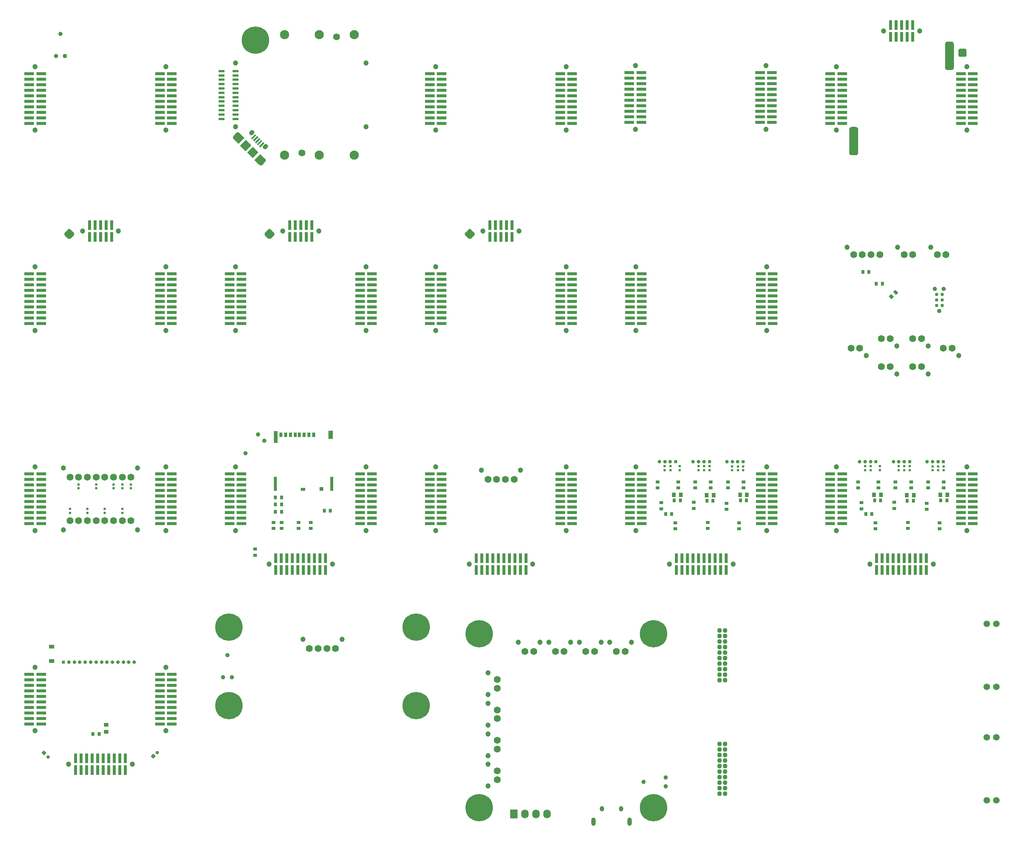
<source format=gbs>
G04 #@! TF.FileFunction,Soldermask,Bot*
%FSLAX46Y46*%
G04 Gerber Fmt 4.6, Leading zero omitted, Abs format (unit mm)*
G04 Created by KiCad (PCBNEW 4.1.0-alpha+201605071002+6776~44~ubuntu14.04.1-product) date Mon 25 Jul 2016 09:44:22 BST*
%MOMM*%
%LPD*%
G01*
G04 APERTURE LIST*
%ADD10C,0.100000*%
%ADD11C,1.000000*%
%ADD12R,2.220000X0.740000*%
%ADD13C,1.200000*%
%ADD14R,1.370000X0.500000*%
%ADD15C,1.588000*%
%ADD16C,2.100000*%
%ADD17C,1.000000*%
%ADD18C,6.300000*%
%ADD19C,0.600000*%
%ADD20R,0.740000X2.220000*%
%ADD21C,1.500000*%
%ADD22C,1.100000*%
%ADD23C,1.600000*%
%ADD24C,0.787000*%
%ADD25R,0.750000X0.900000*%
%ADD26R,0.620000X0.620000*%
%ADD27R,0.700000X1.100000*%
%ADD28R,1.140000X1.830000*%
%ADD29R,0.860000X2.800000*%
%ADD30R,0.700000X3.330000*%
%ADD31R,0.900000X0.930000*%
%ADD32R,1.050000X0.780000*%
%ADD33R,0.900000X0.750000*%
%ADD34R,0.800000X0.800000*%
%ADD35O,0.800000X0.800000*%
%ADD36R,0.950000X1.000000*%
%ADD37C,0.800000*%
%ADD38R,1.220000X0.910000*%
%ADD39R,1.000000X0.950000*%
%ADD40R,1.727200X2.032000*%
%ADD41O,1.727200X2.032000*%
%ADD42O,1.000000X1.250000*%
%ADD43O,1.000000X1.900000*%
G04 APERTURE END LIST*
D10*
D11*
X42845000Y-38210000D03*
X41829000Y-43290000D03*
X43861000Y-43290000D03*
D12*
X65635000Y-47285000D03*
X68365000Y-47285000D03*
X65635000Y-48555000D03*
X68365000Y-48555000D03*
X65635000Y-49825000D03*
X68365000Y-49825000D03*
X65635000Y-51095000D03*
X68365000Y-51095000D03*
X65635000Y-52365000D03*
X68365000Y-52365000D03*
X65635000Y-53635000D03*
X68365000Y-53635000D03*
X65635000Y-54905000D03*
X68365000Y-54905000D03*
X65635000Y-56175000D03*
X68365000Y-56175000D03*
X65635000Y-57445000D03*
X68365000Y-57445000D03*
X65635000Y-58715000D03*
X68365000Y-58715000D03*
D13*
X67000000Y-60305000D03*
X67000000Y-45695000D03*
D12*
X35635000Y-47285000D03*
X38365000Y-47285000D03*
X35635000Y-48555000D03*
X38365000Y-48555000D03*
X35635000Y-49825000D03*
X38365000Y-49825000D03*
X35635000Y-51095000D03*
X38365000Y-51095000D03*
X35635000Y-52365000D03*
X38365000Y-52365000D03*
X35635000Y-53635000D03*
X38365000Y-53635000D03*
X35635000Y-54905000D03*
X38365000Y-54905000D03*
X35635000Y-56175000D03*
X38365000Y-56175000D03*
X35635000Y-57445000D03*
X38365000Y-57445000D03*
X35635000Y-58715000D03*
X38365000Y-58715000D03*
D13*
X37000000Y-60305000D03*
X37000000Y-45695000D03*
D14*
X79850000Y-46700000D03*
X83050000Y-46700000D03*
X79850000Y-47700000D03*
X83050000Y-47700000D03*
X79850000Y-48700000D03*
X83050000Y-48700000D03*
X79850000Y-49700000D03*
X83050000Y-49700000D03*
X79850000Y-50700000D03*
X83050000Y-50700000D03*
X79850000Y-51700000D03*
X83050000Y-51700000D03*
X79850000Y-52700000D03*
X83050000Y-52700000D03*
X79850000Y-53700000D03*
X83050000Y-53700000D03*
X79850000Y-54700000D03*
X83050000Y-54700000D03*
X79850000Y-55700000D03*
X83050000Y-55700000D03*
X79850000Y-56700000D03*
X83050000Y-56700000D03*
X79850000Y-57700000D03*
X83050000Y-57700000D03*
D15*
X98250000Y-65550000D03*
X106250000Y-38850000D03*
D16*
X102250000Y-66050000D03*
X110250000Y-66050000D03*
X94250000Y-66050000D03*
X94250000Y-38350000D03*
X102250000Y-38350000D03*
X110250000Y-38350000D03*
D13*
X83000000Y-59505000D03*
X83000000Y-44895000D03*
X113000000Y-59505000D03*
X113000000Y-44895000D03*
D10*
G36*
X88705553Y-62367937D02*
X87750959Y-63322531D01*
X87468117Y-63039689D01*
X88422711Y-62085095D01*
X88705553Y-62367937D01*
X88705553Y-62367937D01*
G37*
G36*
X88245933Y-61908318D02*
X87291339Y-62862912D01*
X87008497Y-62580070D01*
X87963091Y-61625476D01*
X88245933Y-61908318D01*
X88245933Y-61908318D01*
G37*
G36*
X89165172Y-62827557D02*
X88210578Y-63782151D01*
X87927736Y-63499309D01*
X88882330Y-62544715D01*
X89165172Y-62827557D01*
X89165172Y-62827557D01*
G37*
G36*
X89624791Y-63287176D02*
X88670197Y-64241770D01*
X88387355Y-63958928D01*
X89341949Y-63004334D01*
X89624791Y-63287176D01*
X89624791Y-63287176D01*
G37*
G36*
X87786314Y-61448699D02*
X86831720Y-62403293D01*
X86548878Y-62120451D01*
X87503472Y-61165857D01*
X87786314Y-61448699D01*
X87786314Y-61448699D01*
G37*
D17*
X86654944Y-60989079D02*
X86831720Y-60812303D01*
X89801569Y-64135704D02*
X89978345Y-63958928D01*
D10*
G36*
X86690299Y-63746796D02*
X85346796Y-65090299D01*
X84074003Y-63817506D01*
X85417506Y-62474003D01*
X86690299Y-63746796D01*
X86690299Y-63746796D01*
G37*
G36*
X88316645Y-65373142D02*
X86973142Y-66716645D01*
X85700349Y-65443852D01*
X87043852Y-64100349D01*
X88316645Y-65373142D01*
X88316645Y-65373142D01*
G37*
G36*
X85028598Y-62085095D02*
X83685095Y-63428598D01*
X82571402Y-62314905D01*
X83914905Y-60971402D01*
X85028598Y-62085095D01*
X85028598Y-62085095D01*
G37*
D17*
X82924955Y-61961351D02*
X83561351Y-61324955D01*
D10*
G36*
X89819246Y-66875743D02*
X88475743Y-68219246D01*
X87362050Y-67105553D01*
X88705553Y-65762050D01*
X89819246Y-66875743D01*
X89819246Y-66875743D01*
G37*
D17*
X88829297Y-67865693D02*
X89465693Y-67229297D01*
D18*
X87580000Y-39580000D03*
D19*
X87580000Y-37080000D03*
X90080000Y-39580000D03*
X87580000Y-42080000D03*
X85080000Y-39580000D03*
X85780000Y-37780000D03*
X89380000Y-37780000D03*
X85780000Y-41380000D03*
X89380000Y-41380000D03*
D12*
X157635000Y-47285000D03*
X160365000Y-47285000D03*
X157635000Y-48555000D03*
X160365000Y-48555000D03*
X157635000Y-49825000D03*
X160365000Y-49825000D03*
X157635000Y-51095000D03*
X160365000Y-51095000D03*
X157635000Y-52365000D03*
X160365000Y-52365000D03*
X157635000Y-53635000D03*
X160365000Y-53635000D03*
X157635000Y-54905000D03*
X160365000Y-54905000D03*
X157635000Y-56175000D03*
X160365000Y-56175000D03*
X157635000Y-57445000D03*
X160365000Y-57445000D03*
X157635000Y-58715000D03*
X160365000Y-58715000D03*
D13*
X159000000Y-60305000D03*
X159000000Y-45695000D03*
D12*
X127635000Y-47285000D03*
X130365000Y-47285000D03*
X127635000Y-48555000D03*
X130365000Y-48555000D03*
X127635000Y-49825000D03*
X130365000Y-49825000D03*
X127635000Y-51095000D03*
X130365000Y-51095000D03*
X127635000Y-52365000D03*
X130365000Y-52365000D03*
X127635000Y-53635000D03*
X130365000Y-53635000D03*
X127635000Y-54905000D03*
X130365000Y-54905000D03*
X127635000Y-56175000D03*
X130365000Y-56175000D03*
X127635000Y-57445000D03*
X130365000Y-57445000D03*
X127635000Y-58715000D03*
X130365000Y-58715000D03*
D13*
X129000000Y-60305000D03*
X129000000Y-45695000D03*
D12*
X173485000Y-47085000D03*
X176215000Y-47085000D03*
X173485000Y-48355000D03*
X176215000Y-48355000D03*
X173485000Y-49625000D03*
X176215000Y-49625000D03*
X173485000Y-50895000D03*
X176215000Y-50895000D03*
X173485000Y-52165000D03*
X176215000Y-52165000D03*
X173485000Y-53435000D03*
X176215000Y-53435000D03*
X173485000Y-54705000D03*
X176215000Y-54705000D03*
X173485000Y-55975000D03*
X176215000Y-55975000D03*
X173485000Y-57245000D03*
X176215000Y-57245000D03*
X173485000Y-58515000D03*
X176215000Y-58515000D03*
D13*
X174850000Y-60105000D03*
X174850000Y-45495000D03*
D12*
X203485000Y-47085000D03*
X206215000Y-47085000D03*
X203485000Y-48355000D03*
X206215000Y-48355000D03*
X203485000Y-49625000D03*
X206215000Y-49625000D03*
X203485000Y-50895000D03*
X206215000Y-50895000D03*
X203485000Y-52165000D03*
X206215000Y-52165000D03*
X203485000Y-53435000D03*
X206215000Y-53435000D03*
X203485000Y-54705000D03*
X206215000Y-54705000D03*
X203485000Y-55975000D03*
X206215000Y-55975000D03*
X203485000Y-57245000D03*
X206215000Y-57245000D03*
X203485000Y-58515000D03*
X206215000Y-58515000D03*
D13*
X204850000Y-60105000D03*
X204850000Y-45495000D03*
D10*
G36*
X225549009Y-59552408D02*
X225597545Y-59559607D01*
X225645142Y-59571530D01*
X225691342Y-59588060D01*
X225735698Y-59609039D01*
X225777785Y-59634265D01*
X225817197Y-59663495D01*
X225853553Y-59696447D01*
X225886505Y-59732803D01*
X225915735Y-59772215D01*
X225940961Y-59814302D01*
X225961940Y-59858658D01*
X225978470Y-59904858D01*
X225990393Y-59952455D01*
X225997592Y-60000991D01*
X226000000Y-60050000D01*
X226000000Y-65550000D01*
X225997592Y-65599009D01*
X225990393Y-65647545D01*
X225978470Y-65695142D01*
X225961940Y-65741342D01*
X225940961Y-65785698D01*
X225915735Y-65827785D01*
X225886505Y-65867197D01*
X225853553Y-65903553D01*
X225817197Y-65936505D01*
X225777785Y-65965735D01*
X225735698Y-65990961D01*
X225691342Y-66011940D01*
X225645142Y-66028470D01*
X225597545Y-66040393D01*
X225549009Y-66047592D01*
X225500000Y-66050000D01*
X224500000Y-66050000D01*
X224450991Y-66047592D01*
X224402455Y-66040393D01*
X224354858Y-66028470D01*
X224308658Y-66011940D01*
X224264302Y-65990961D01*
X224222215Y-65965735D01*
X224182803Y-65936505D01*
X224146447Y-65903553D01*
X224113495Y-65867197D01*
X224084265Y-65827785D01*
X224059039Y-65785698D01*
X224038060Y-65741342D01*
X224021530Y-65695142D01*
X224009607Y-65647545D01*
X224002408Y-65599009D01*
X224000000Y-65550000D01*
X224000000Y-60050000D01*
X224002408Y-60000991D01*
X224009607Y-59952455D01*
X224021530Y-59904858D01*
X224038060Y-59858658D01*
X224059039Y-59814302D01*
X224084265Y-59772215D01*
X224113495Y-59732803D01*
X224146447Y-59696447D01*
X224182803Y-59663495D01*
X224222215Y-59634265D01*
X224264302Y-59609039D01*
X224308658Y-59588060D01*
X224354858Y-59571530D01*
X224402455Y-59559607D01*
X224450991Y-59552408D01*
X224500000Y-59550000D01*
X225500000Y-59550000D01*
X225549009Y-59552408D01*
X225549009Y-59552408D01*
G37*
G36*
X247549009Y-39952408D02*
X247597545Y-39959607D01*
X247645142Y-39971530D01*
X247691342Y-39988060D01*
X247735698Y-40009039D01*
X247777785Y-40034265D01*
X247817197Y-40063495D01*
X247853553Y-40096447D01*
X247886505Y-40132803D01*
X247915735Y-40172215D01*
X247940961Y-40214302D01*
X247961940Y-40258658D01*
X247978470Y-40304858D01*
X247990393Y-40352455D01*
X247997592Y-40400991D01*
X248000000Y-40450000D01*
X248000000Y-45950000D01*
X247997592Y-45999009D01*
X247990393Y-46047545D01*
X247978470Y-46095142D01*
X247961940Y-46141342D01*
X247940961Y-46185698D01*
X247915735Y-46227785D01*
X247886505Y-46267197D01*
X247853553Y-46303553D01*
X247817197Y-46336505D01*
X247777785Y-46365735D01*
X247735698Y-46390961D01*
X247691342Y-46411940D01*
X247645142Y-46428470D01*
X247597545Y-46440393D01*
X247549009Y-46447592D01*
X247500000Y-46450000D01*
X246500000Y-46450000D01*
X246450991Y-46447592D01*
X246402455Y-46440393D01*
X246354858Y-46428470D01*
X246308658Y-46411940D01*
X246264302Y-46390961D01*
X246222215Y-46365735D01*
X246182803Y-46336505D01*
X246146447Y-46303553D01*
X246113495Y-46267197D01*
X246084265Y-46227785D01*
X246059039Y-46185698D01*
X246038060Y-46141342D01*
X246021530Y-46095142D01*
X246009607Y-46047545D01*
X246002408Y-45999009D01*
X246000000Y-45950000D01*
X246000000Y-40450000D01*
X246002408Y-40400991D01*
X246009607Y-40352455D01*
X246021530Y-40304858D01*
X246038060Y-40258658D01*
X246059039Y-40214302D01*
X246084265Y-40172215D01*
X246113495Y-40132803D01*
X246146447Y-40096447D01*
X246182803Y-40063495D01*
X246222215Y-40034265D01*
X246264302Y-40009039D01*
X246308658Y-39988060D01*
X246354858Y-39971530D01*
X246402455Y-39959607D01*
X246450991Y-39952408D01*
X246500000Y-39950000D01*
X247500000Y-39950000D01*
X247549009Y-39952408D01*
X247549009Y-39952408D01*
G37*
D12*
X219635000Y-47285000D03*
X222365000Y-47285000D03*
X219635000Y-48555000D03*
X222365000Y-48555000D03*
X219635000Y-49825000D03*
X222365000Y-49825000D03*
X219635000Y-51095000D03*
X222365000Y-51095000D03*
X219635000Y-52365000D03*
X222365000Y-52365000D03*
X219635000Y-53635000D03*
X222365000Y-53635000D03*
X219635000Y-54905000D03*
X222365000Y-54905000D03*
X219635000Y-56175000D03*
X222365000Y-56175000D03*
X219635000Y-57445000D03*
X222365000Y-57445000D03*
X219635000Y-58715000D03*
X222365000Y-58715000D03*
D13*
X221000000Y-60305000D03*
X221000000Y-45695000D03*
D12*
X249635000Y-47285000D03*
X252365000Y-47285000D03*
X249635000Y-48555000D03*
X252365000Y-48555000D03*
X249635000Y-49825000D03*
X252365000Y-49825000D03*
X249635000Y-51095000D03*
X252365000Y-51095000D03*
X249635000Y-52365000D03*
X252365000Y-52365000D03*
X249635000Y-53635000D03*
X252365000Y-53635000D03*
X249635000Y-54905000D03*
X252365000Y-54905000D03*
X249635000Y-56175000D03*
X252365000Y-56175000D03*
X249635000Y-57445000D03*
X252365000Y-57445000D03*
X249635000Y-58715000D03*
X252365000Y-58715000D03*
D13*
X251000000Y-60305000D03*
X251000000Y-45695000D03*
D20*
X233460000Y-38865000D03*
X233460000Y-36135000D03*
X234730000Y-38865000D03*
X234730000Y-36135000D03*
X236000000Y-38865000D03*
X236000000Y-36135000D03*
X237270000Y-38865000D03*
X237270000Y-36135000D03*
X238540000Y-38865000D03*
X238540000Y-36135000D03*
D13*
X240130000Y-37500000D03*
X231870000Y-37500000D03*
D10*
G36*
X250521558Y-41552287D02*
X250567668Y-41559127D01*
X250612885Y-41570453D01*
X250656775Y-41586157D01*
X250698913Y-41606087D01*
X250738896Y-41630052D01*
X250776337Y-41657820D01*
X250810876Y-41689124D01*
X250842180Y-41723663D01*
X250869948Y-41761104D01*
X250893913Y-41801087D01*
X250913843Y-41843225D01*
X250929547Y-41887115D01*
X250940873Y-41932332D01*
X250947713Y-41978442D01*
X250950000Y-42025000D01*
X250950000Y-42975000D01*
X250947713Y-43021558D01*
X250940873Y-43067668D01*
X250929547Y-43112885D01*
X250913843Y-43156775D01*
X250893913Y-43198913D01*
X250869948Y-43238896D01*
X250842180Y-43276337D01*
X250810876Y-43310876D01*
X250776337Y-43342180D01*
X250738896Y-43369948D01*
X250698913Y-43393913D01*
X250656775Y-43413843D01*
X250612885Y-43429547D01*
X250567668Y-43440873D01*
X250521558Y-43447713D01*
X250475000Y-43450000D01*
X249525000Y-43450000D01*
X249478442Y-43447713D01*
X249432332Y-43440873D01*
X249387115Y-43429547D01*
X249343225Y-43413843D01*
X249301087Y-43393913D01*
X249261104Y-43369948D01*
X249223663Y-43342180D01*
X249189124Y-43310876D01*
X249157820Y-43276337D01*
X249130052Y-43238896D01*
X249106087Y-43198913D01*
X249086157Y-43156775D01*
X249070453Y-43112885D01*
X249059127Y-43067668D01*
X249052287Y-43021558D01*
X249050000Y-42975000D01*
X249050000Y-42025000D01*
X249052287Y-41978442D01*
X249059127Y-41932332D01*
X249070453Y-41887115D01*
X249086157Y-41843225D01*
X249106087Y-41801087D01*
X249130052Y-41761104D01*
X249157820Y-41723663D01*
X249189124Y-41689124D01*
X249223663Y-41657820D01*
X249261104Y-41630052D01*
X249301087Y-41606087D01*
X249343225Y-41586157D01*
X249387115Y-41570453D01*
X249432332Y-41559127D01*
X249478442Y-41552287D01*
X249525000Y-41550000D01*
X250475000Y-41550000D01*
X250521558Y-41552287D01*
X250521558Y-41552287D01*
G37*
D21*
X255540000Y-188239500D03*
X255540000Y-173760500D03*
X257790000Y-188239500D03*
X257790000Y-173760500D03*
D22*
X194159000Y-175285000D03*
X195429000Y-175285000D03*
X194159000Y-176555000D03*
X195429000Y-176555000D03*
X194159000Y-177825000D03*
X195429000Y-177825000D03*
X194159000Y-179095000D03*
X195429000Y-179095000D03*
X194159000Y-180365000D03*
X195429000Y-180365000D03*
X194159000Y-181635000D03*
X195429000Y-181635000D03*
X194159000Y-182905000D03*
X195429000Y-182905000D03*
X194159000Y-184175000D03*
X195429000Y-184175000D03*
X194159000Y-185445000D03*
X195429000Y-185445000D03*
X194159000Y-186715000D03*
X195429000Y-186715000D03*
D21*
X255540000Y-214239500D03*
X255540000Y-199760500D03*
X257790000Y-214239500D03*
X257790000Y-199760500D03*
D22*
X194159000Y-201285000D03*
X195429000Y-201285000D03*
X194159000Y-202555000D03*
X195429000Y-202555000D03*
X194159000Y-203825000D03*
X195429000Y-203825000D03*
X194159000Y-205095000D03*
X195429000Y-205095000D03*
X194159000Y-206365000D03*
X195429000Y-206365000D03*
X194159000Y-207635000D03*
X195429000Y-207635000D03*
X194159000Y-208905000D03*
X195429000Y-208905000D03*
X194159000Y-210175000D03*
X195429000Y-210175000D03*
X194159000Y-211445000D03*
X195429000Y-211445000D03*
X194159000Y-212715000D03*
X195429000Y-212715000D03*
D12*
X65635000Y-93285000D03*
X68365000Y-93285000D03*
X65635000Y-94555000D03*
X68365000Y-94555000D03*
X65635000Y-95825000D03*
X68365000Y-95825000D03*
X65635000Y-97095000D03*
X68365000Y-97095000D03*
X65635000Y-98365000D03*
X68365000Y-98365000D03*
X65635000Y-99635000D03*
X68365000Y-99635000D03*
X65635000Y-100905000D03*
X68365000Y-100905000D03*
X65635000Y-102175000D03*
X68365000Y-102175000D03*
X65635000Y-103445000D03*
X68365000Y-103445000D03*
X65635000Y-104715000D03*
X68365000Y-104715000D03*
D13*
X67000000Y-106305000D03*
X67000000Y-91695000D03*
D12*
X35635000Y-93285000D03*
X38365000Y-93285000D03*
X35635000Y-94555000D03*
X38365000Y-94555000D03*
X35635000Y-95825000D03*
X38365000Y-95825000D03*
X35635000Y-97095000D03*
X38365000Y-97095000D03*
X35635000Y-98365000D03*
X38365000Y-98365000D03*
X35635000Y-99635000D03*
X38365000Y-99635000D03*
X35635000Y-100905000D03*
X38365000Y-100905000D03*
X35635000Y-102175000D03*
X38365000Y-102175000D03*
X35635000Y-103445000D03*
X38365000Y-103445000D03*
X35635000Y-104715000D03*
X38365000Y-104715000D03*
D13*
X37000000Y-106305000D03*
X37000000Y-91695000D03*
D20*
X49460000Y-84865000D03*
X49460000Y-82135000D03*
X50730000Y-84865000D03*
X50730000Y-82135000D03*
X52000000Y-84865000D03*
X52000000Y-82135000D03*
X53270000Y-84865000D03*
X53270000Y-82135000D03*
X54540000Y-84865000D03*
X54540000Y-82135000D03*
D13*
X56130000Y-83500000D03*
X47870000Y-83500000D03*
D10*
G36*
X44876558Y-82985536D02*
X44922668Y-82992376D01*
X44967885Y-83003702D01*
X45011775Y-83019406D01*
X45053913Y-83039336D01*
X45093896Y-83063301D01*
X45131337Y-83091069D01*
X45165876Y-83122373D01*
X45837627Y-83794124D01*
X45868931Y-83828663D01*
X45896699Y-83866104D01*
X45920664Y-83906087D01*
X45940594Y-83948225D01*
X45956298Y-83992115D01*
X45967624Y-84037332D01*
X45974464Y-84083442D01*
X45976751Y-84130000D01*
X45974464Y-84176558D01*
X45967624Y-84222668D01*
X45956298Y-84267885D01*
X45940594Y-84311775D01*
X45920664Y-84353913D01*
X45896699Y-84393896D01*
X45868931Y-84431337D01*
X45837627Y-84465876D01*
X45165876Y-85137627D01*
X45131337Y-85168931D01*
X45093896Y-85196699D01*
X45053913Y-85220664D01*
X45011775Y-85240594D01*
X44967885Y-85256298D01*
X44922668Y-85267624D01*
X44876558Y-85274464D01*
X44830000Y-85276751D01*
X44783442Y-85274464D01*
X44737332Y-85267624D01*
X44692115Y-85256298D01*
X44648225Y-85240594D01*
X44606087Y-85220664D01*
X44566104Y-85196699D01*
X44528663Y-85168931D01*
X44494124Y-85137627D01*
X43822373Y-84465876D01*
X43791069Y-84431337D01*
X43763301Y-84393896D01*
X43739336Y-84353913D01*
X43719406Y-84311775D01*
X43703702Y-84267885D01*
X43692376Y-84222668D01*
X43685536Y-84176558D01*
X43683249Y-84130000D01*
X43685536Y-84083442D01*
X43692376Y-84037332D01*
X43703702Y-83992115D01*
X43719406Y-83948225D01*
X43739336Y-83906087D01*
X43763301Y-83866104D01*
X43791069Y-83828663D01*
X43822373Y-83794124D01*
X44494124Y-83122373D01*
X44528663Y-83091069D01*
X44566104Y-83063301D01*
X44606087Y-83039336D01*
X44648225Y-83019406D01*
X44692115Y-83003702D01*
X44737332Y-82992376D01*
X44783442Y-82985536D01*
X44830000Y-82983249D01*
X44876558Y-82985536D01*
X44876558Y-82985536D01*
G37*
D12*
X111635000Y-93285000D03*
X114365000Y-93285000D03*
X111635000Y-94555000D03*
X114365000Y-94555000D03*
X111635000Y-95825000D03*
X114365000Y-95825000D03*
X111635000Y-97095000D03*
X114365000Y-97095000D03*
X111635000Y-98365000D03*
X114365000Y-98365000D03*
X111635000Y-99635000D03*
X114365000Y-99635000D03*
X111635000Y-100905000D03*
X114365000Y-100905000D03*
X111635000Y-102175000D03*
X114365000Y-102175000D03*
X111635000Y-103445000D03*
X114365000Y-103445000D03*
X111635000Y-104715000D03*
X114365000Y-104715000D03*
D13*
X113000000Y-106305000D03*
X113000000Y-91695000D03*
D12*
X81635000Y-93285000D03*
X84365000Y-93285000D03*
X81635000Y-94555000D03*
X84365000Y-94555000D03*
X81635000Y-95825000D03*
X84365000Y-95825000D03*
X81635000Y-97095000D03*
X84365000Y-97095000D03*
X81635000Y-98365000D03*
X84365000Y-98365000D03*
X81635000Y-99635000D03*
X84365000Y-99635000D03*
X81635000Y-100905000D03*
X84365000Y-100905000D03*
X81635000Y-102175000D03*
X84365000Y-102175000D03*
X81635000Y-103445000D03*
X84365000Y-103445000D03*
X81635000Y-104715000D03*
X84365000Y-104715000D03*
D13*
X83000000Y-106305000D03*
X83000000Y-91695000D03*
D20*
X95460000Y-84865000D03*
X95460000Y-82135000D03*
X96730000Y-84865000D03*
X96730000Y-82135000D03*
X98000000Y-84865000D03*
X98000000Y-82135000D03*
X99270000Y-84865000D03*
X99270000Y-82135000D03*
X100540000Y-84865000D03*
X100540000Y-82135000D03*
D13*
X102130000Y-83500000D03*
X93870000Y-83500000D03*
D10*
G36*
X90876558Y-82985536D02*
X90922668Y-82992376D01*
X90967885Y-83003702D01*
X91011775Y-83019406D01*
X91053913Y-83039336D01*
X91093896Y-83063301D01*
X91131337Y-83091069D01*
X91165876Y-83122373D01*
X91837627Y-83794124D01*
X91868931Y-83828663D01*
X91896699Y-83866104D01*
X91920664Y-83906087D01*
X91940594Y-83948225D01*
X91956298Y-83992115D01*
X91967624Y-84037332D01*
X91974464Y-84083442D01*
X91976751Y-84130000D01*
X91974464Y-84176558D01*
X91967624Y-84222668D01*
X91956298Y-84267885D01*
X91940594Y-84311775D01*
X91920664Y-84353913D01*
X91896699Y-84393896D01*
X91868931Y-84431337D01*
X91837627Y-84465876D01*
X91165876Y-85137627D01*
X91131337Y-85168931D01*
X91093896Y-85196699D01*
X91053913Y-85220664D01*
X91011775Y-85240594D01*
X90967885Y-85256298D01*
X90922668Y-85267624D01*
X90876558Y-85274464D01*
X90830000Y-85276751D01*
X90783442Y-85274464D01*
X90737332Y-85267624D01*
X90692115Y-85256298D01*
X90648225Y-85240594D01*
X90606087Y-85220664D01*
X90566104Y-85196699D01*
X90528663Y-85168931D01*
X90494124Y-85137627D01*
X89822373Y-84465876D01*
X89791069Y-84431337D01*
X89763301Y-84393896D01*
X89739336Y-84353913D01*
X89719406Y-84311775D01*
X89703702Y-84267885D01*
X89692376Y-84222668D01*
X89685536Y-84176558D01*
X89683249Y-84130000D01*
X89685536Y-84083442D01*
X89692376Y-84037332D01*
X89703702Y-83992115D01*
X89719406Y-83948225D01*
X89739336Y-83906087D01*
X89763301Y-83866104D01*
X89791069Y-83828663D01*
X89822373Y-83794124D01*
X90494124Y-83122373D01*
X90528663Y-83091069D01*
X90566104Y-83063301D01*
X90606087Y-83039336D01*
X90648225Y-83019406D01*
X90692115Y-83003702D01*
X90737332Y-82992376D01*
X90783442Y-82985536D01*
X90830000Y-82983249D01*
X90876558Y-82985536D01*
X90876558Y-82985536D01*
G37*
D12*
X157635000Y-93285000D03*
X160365000Y-93285000D03*
X157635000Y-94555000D03*
X160365000Y-94555000D03*
X157635000Y-95825000D03*
X160365000Y-95825000D03*
X157635000Y-97095000D03*
X160365000Y-97095000D03*
X157635000Y-98365000D03*
X160365000Y-98365000D03*
X157635000Y-99635000D03*
X160365000Y-99635000D03*
X157635000Y-100905000D03*
X160365000Y-100905000D03*
X157635000Y-102175000D03*
X160365000Y-102175000D03*
X157635000Y-103445000D03*
X160365000Y-103445000D03*
X157635000Y-104715000D03*
X160365000Y-104715000D03*
D13*
X159000000Y-106305000D03*
X159000000Y-91695000D03*
D12*
X127635000Y-93285000D03*
X130365000Y-93285000D03*
X127635000Y-94555000D03*
X130365000Y-94555000D03*
X127635000Y-95825000D03*
X130365000Y-95825000D03*
X127635000Y-97095000D03*
X130365000Y-97095000D03*
X127635000Y-98365000D03*
X130365000Y-98365000D03*
X127635000Y-99635000D03*
X130365000Y-99635000D03*
X127635000Y-100905000D03*
X130365000Y-100905000D03*
X127635000Y-102175000D03*
X130365000Y-102175000D03*
X127635000Y-103445000D03*
X130365000Y-103445000D03*
X127635000Y-104715000D03*
X130365000Y-104715000D03*
D13*
X129000000Y-106305000D03*
X129000000Y-91695000D03*
D20*
X141460000Y-84865000D03*
X141460000Y-82135000D03*
X142730000Y-84865000D03*
X142730000Y-82135000D03*
X144000000Y-84865000D03*
X144000000Y-82135000D03*
X145270000Y-84865000D03*
X145270000Y-82135000D03*
X146540000Y-84865000D03*
X146540000Y-82135000D03*
D13*
X148130000Y-83500000D03*
X139870000Y-83500000D03*
D10*
G36*
X136876558Y-82985536D02*
X136922668Y-82992376D01*
X136967885Y-83003702D01*
X137011775Y-83019406D01*
X137053913Y-83039336D01*
X137093896Y-83063301D01*
X137131337Y-83091069D01*
X137165876Y-83122373D01*
X137837627Y-83794124D01*
X137868931Y-83828663D01*
X137896699Y-83866104D01*
X137920664Y-83906087D01*
X137940594Y-83948225D01*
X137956298Y-83992115D01*
X137967624Y-84037332D01*
X137974464Y-84083442D01*
X137976751Y-84130000D01*
X137974464Y-84176558D01*
X137967624Y-84222668D01*
X137956298Y-84267885D01*
X137940594Y-84311775D01*
X137920664Y-84353913D01*
X137896699Y-84393896D01*
X137868931Y-84431337D01*
X137837627Y-84465876D01*
X137165876Y-85137627D01*
X137131337Y-85168931D01*
X137093896Y-85196699D01*
X137053913Y-85220664D01*
X137011775Y-85240594D01*
X136967885Y-85256298D01*
X136922668Y-85267624D01*
X136876558Y-85274464D01*
X136830000Y-85276751D01*
X136783442Y-85274464D01*
X136737332Y-85267624D01*
X136692115Y-85256298D01*
X136648225Y-85240594D01*
X136606087Y-85220664D01*
X136566104Y-85196699D01*
X136528663Y-85168931D01*
X136494124Y-85137627D01*
X135822373Y-84465876D01*
X135791069Y-84431337D01*
X135763301Y-84393896D01*
X135739336Y-84353913D01*
X135719406Y-84311775D01*
X135703702Y-84267885D01*
X135692376Y-84222668D01*
X135685536Y-84176558D01*
X135683249Y-84130000D01*
X135685536Y-84083442D01*
X135692376Y-84037332D01*
X135703702Y-83992115D01*
X135719406Y-83948225D01*
X135739336Y-83906087D01*
X135763301Y-83866104D01*
X135791069Y-83828663D01*
X135822373Y-83794124D01*
X136494124Y-83122373D01*
X136528663Y-83091069D01*
X136566104Y-83063301D01*
X136606087Y-83039336D01*
X136648225Y-83019406D01*
X136692115Y-83003702D01*
X136737332Y-82992376D01*
X136783442Y-82985536D01*
X136830000Y-82983249D01*
X136876558Y-82985536D01*
X136876558Y-82985536D01*
G37*
D12*
X173635000Y-93285000D03*
X176365000Y-93285000D03*
X173635000Y-94555000D03*
X176365000Y-94555000D03*
X173635000Y-95825000D03*
X176365000Y-95825000D03*
X173635000Y-97095000D03*
X176365000Y-97095000D03*
X173635000Y-98365000D03*
X176365000Y-98365000D03*
X173635000Y-99635000D03*
X176365000Y-99635000D03*
X173635000Y-100905000D03*
X176365000Y-100905000D03*
X173635000Y-102175000D03*
X176365000Y-102175000D03*
X173635000Y-103445000D03*
X176365000Y-103445000D03*
X173635000Y-104715000D03*
X176365000Y-104715000D03*
D13*
X175000000Y-106305000D03*
X175000000Y-91695000D03*
D12*
X203635000Y-93285000D03*
X206365000Y-93285000D03*
X203635000Y-94555000D03*
X206365000Y-94555000D03*
X203635000Y-95825000D03*
X206365000Y-95825000D03*
X203635000Y-97095000D03*
X206365000Y-97095000D03*
X203635000Y-98365000D03*
X206365000Y-98365000D03*
X203635000Y-99635000D03*
X206365000Y-99635000D03*
X203635000Y-100905000D03*
X206365000Y-100905000D03*
X203635000Y-102175000D03*
X206365000Y-102175000D03*
X203635000Y-103445000D03*
X206365000Y-103445000D03*
X203635000Y-104715000D03*
X206365000Y-104715000D03*
D13*
X205000000Y-106305000D03*
X205000000Y-91695000D03*
X223500000Y-87200000D03*
D23*
X225000000Y-88900000D03*
X227000000Y-88900000D03*
X229000000Y-88900000D03*
X231000000Y-88900000D03*
D13*
X227900000Y-112100000D03*
D23*
X226400000Y-110400000D03*
X224400000Y-110400000D03*
D13*
X242100000Y-116300000D03*
D23*
X240600000Y-114600000D03*
X238600000Y-114600000D03*
D13*
X242700000Y-87200000D03*
D23*
X244200000Y-88900000D03*
X246200000Y-88900000D03*
D13*
X234900000Y-116300000D03*
D23*
X233400000Y-114600000D03*
X231400000Y-114600000D03*
D13*
X249100000Y-112100000D03*
D23*
X247600000Y-110400000D03*
X245600000Y-110400000D03*
D13*
X235100000Y-87200000D03*
D23*
X236600000Y-88900000D03*
X238600000Y-88900000D03*
D13*
X234900000Y-109900000D03*
D23*
X233400000Y-108200000D03*
X231400000Y-108200000D03*
D13*
X242100000Y-109900000D03*
D23*
X240600000Y-108200000D03*
X238600000Y-108200000D03*
D24*
X244060000Y-100570000D03*
X245330000Y-100570000D03*
X244060000Y-99300000D03*
X245330000Y-99300000D03*
X244060000Y-98030000D03*
X245330000Y-98030000D03*
D11*
X244695000Y-101840000D03*
X243679000Y-96760000D03*
X245711000Y-96760000D03*
D25*
X231600000Y-95600000D03*
X230200000Y-95600000D03*
D10*
G36*
X234611612Y-96951992D02*
X235248008Y-97588388D01*
X234717678Y-98118718D01*
X234081282Y-97482322D01*
X234611612Y-96951992D01*
X234611612Y-96951992D01*
G37*
G36*
X233621662Y-97941942D02*
X234258058Y-98578338D01*
X233727728Y-99108668D01*
X233091332Y-98472272D01*
X233621662Y-97941942D01*
X233621662Y-97941942D01*
G37*
D25*
X227100000Y-92900000D03*
X228500000Y-92900000D03*
D13*
X60500000Y-137900000D03*
X43500000Y-137900000D03*
D23*
X59000000Y-140000000D03*
X57000000Y-140000000D03*
X55000000Y-140000000D03*
X53000000Y-140000000D03*
X51000000Y-140000000D03*
X49000000Y-140000000D03*
X47000000Y-140000000D03*
X45000000Y-140000000D03*
D12*
X35635000Y-139285000D03*
X38365000Y-139285000D03*
X35635000Y-140555000D03*
X38365000Y-140555000D03*
X35635000Y-141825000D03*
X38365000Y-141825000D03*
X35635000Y-143095000D03*
X38365000Y-143095000D03*
X35635000Y-144365000D03*
X38365000Y-144365000D03*
X35635000Y-145635000D03*
X38365000Y-145635000D03*
X35635000Y-146905000D03*
X38365000Y-146905000D03*
X35635000Y-148175000D03*
X38365000Y-148175000D03*
X35635000Y-149445000D03*
X38365000Y-149445000D03*
X35635000Y-150715000D03*
X38365000Y-150715000D03*
D13*
X37000000Y-152305000D03*
X37000000Y-137695000D03*
D12*
X65635000Y-139285000D03*
X68365000Y-139285000D03*
X65635000Y-140555000D03*
X68365000Y-140555000D03*
X65635000Y-141825000D03*
X68365000Y-141825000D03*
X65635000Y-143095000D03*
X68365000Y-143095000D03*
X65635000Y-144365000D03*
X68365000Y-144365000D03*
X65635000Y-145635000D03*
X68365000Y-145635000D03*
X65635000Y-146905000D03*
X68365000Y-146905000D03*
X65635000Y-148175000D03*
X68365000Y-148175000D03*
X65635000Y-149445000D03*
X68365000Y-149445000D03*
X65635000Y-150715000D03*
X68365000Y-150715000D03*
D13*
X67000000Y-152305000D03*
X67000000Y-137695000D03*
D26*
X47000000Y-141700000D03*
X47000000Y-142600000D03*
X51000000Y-141700000D03*
X51000000Y-142600000D03*
X55000000Y-141700000D03*
X55000000Y-142600000D03*
X45000000Y-148250000D03*
X45000000Y-147350000D03*
X57000000Y-148250000D03*
X57000000Y-147350000D03*
X53000000Y-148250000D03*
X53000000Y-147350000D03*
X49000000Y-148250000D03*
X49000000Y-147350000D03*
X57000000Y-141700000D03*
X57000000Y-142600000D03*
X59000000Y-141700000D03*
X59000000Y-142600000D03*
D13*
X43500000Y-152100000D03*
X60500000Y-152100000D03*
D23*
X45000000Y-150000000D03*
X47000000Y-150000000D03*
X49000000Y-150000000D03*
X51000000Y-150000000D03*
X53000000Y-150000000D03*
X55000000Y-150000000D03*
X57000000Y-150000000D03*
X59000000Y-150000000D03*
D27*
X101000000Y-130300000D03*
X99900000Y-130300000D03*
X98800000Y-130300000D03*
X97700000Y-130300000D03*
X96700000Y-130300000D03*
X95600000Y-130300000D03*
X94500000Y-130300000D03*
X93400000Y-130300000D03*
D28*
X104880000Y-130315000D03*
D29*
X92220000Y-130800000D03*
D30*
X92140000Y-141565000D03*
X105100000Y-141565000D03*
D31*
X102790000Y-142765000D03*
D32*
X98525000Y-142840000D03*
D12*
X81635000Y-139285000D03*
X84365000Y-139285000D03*
X81635000Y-140555000D03*
X84365000Y-140555000D03*
X81635000Y-141825000D03*
X84365000Y-141825000D03*
X81635000Y-143095000D03*
X84365000Y-143095000D03*
X81635000Y-144365000D03*
X84365000Y-144365000D03*
X81635000Y-145635000D03*
X84365000Y-145635000D03*
X81635000Y-146905000D03*
X84365000Y-146905000D03*
X81635000Y-148175000D03*
X84365000Y-148175000D03*
X81635000Y-149445000D03*
X84365000Y-149445000D03*
X81635000Y-150715000D03*
X84365000Y-150715000D03*
D13*
X83000000Y-152305000D03*
X83000000Y-137695000D03*
D12*
X111635000Y-139285000D03*
X114365000Y-139285000D03*
X111635000Y-140555000D03*
X114365000Y-140555000D03*
X111635000Y-141825000D03*
X114365000Y-141825000D03*
X111635000Y-143095000D03*
X114365000Y-143095000D03*
X111635000Y-144365000D03*
X114365000Y-144365000D03*
X111635000Y-145635000D03*
X114365000Y-145635000D03*
X111635000Y-146905000D03*
X114365000Y-146905000D03*
X111635000Y-148175000D03*
X114365000Y-148175000D03*
X111635000Y-149445000D03*
X114365000Y-149445000D03*
X111635000Y-150715000D03*
X114365000Y-150715000D03*
D13*
X113000000Y-152305000D03*
X113000000Y-137695000D03*
D20*
X92285000Y-161365000D03*
X92285000Y-158635000D03*
X93555000Y-161365000D03*
X93555000Y-158635000D03*
X94825000Y-161365000D03*
X94825000Y-158635000D03*
X96095000Y-161365000D03*
X96095000Y-158635000D03*
X97365000Y-161365000D03*
X97365000Y-158635000D03*
X98635000Y-161365000D03*
X98635000Y-158635000D03*
X99905000Y-161365000D03*
X99905000Y-158635000D03*
X101175000Y-161365000D03*
X101175000Y-158635000D03*
X102445000Y-161365000D03*
X102445000Y-158635000D03*
X103715000Y-161365000D03*
X103715000Y-158635000D03*
D13*
X105305000Y-160000000D03*
X90695000Y-160000000D03*
D11*
X85307484Y-134499587D03*
X89618007Y-131625905D03*
X88181166Y-130189064D03*
D25*
X92200000Y-144700000D03*
X93600000Y-144700000D03*
X92200000Y-146300000D03*
X93600000Y-146300000D03*
X92200000Y-148000000D03*
X93600000Y-148000000D03*
D33*
X87500000Y-156550000D03*
X87500000Y-157950000D03*
X97500000Y-150400000D03*
X97500000Y-151800000D03*
X93600000Y-150400000D03*
X93600000Y-151800000D03*
D25*
X103400000Y-147700000D03*
X104800000Y-147700000D03*
D33*
X91750000Y-150400000D03*
X91750000Y-151800000D03*
X100300000Y-150400000D03*
X100300000Y-151800000D03*
D12*
X127635000Y-139285000D03*
X130365000Y-139285000D03*
X127635000Y-140555000D03*
X130365000Y-140555000D03*
X127635000Y-141825000D03*
X130365000Y-141825000D03*
X127635000Y-143095000D03*
X130365000Y-143095000D03*
X127635000Y-144365000D03*
X130365000Y-144365000D03*
X127635000Y-145635000D03*
X130365000Y-145635000D03*
X127635000Y-146905000D03*
X130365000Y-146905000D03*
X127635000Y-148175000D03*
X130365000Y-148175000D03*
X127635000Y-149445000D03*
X130365000Y-149445000D03*
X127635000Y-150715000D03*
X130365000Y-150715000D03*
D13*
X129000000Y-152305000D03*
X129000000Y-137695000D03*
X148500000Y-138400000D03*
X139500000Y-138400000D03*
D23*
X147000000Y-140500000D03*
X145000000Y-140500000D03*
X143000000Y-140500000D03*
X141000000Y-140500000D03*
D12*
X157635000Y-139285000D03*
X160365000Y-139285000D03*
X157635000Y-140555000D03*
X160365000Y-140555000D03*
X157635000Y-141825000D03*
X160365000Y-141825000D03*
X157635000Y-143095000D03*
X160365000Y-143095000D03*
X157635000Y-144365000D03*
X160365000Y-144365000D03*
X157635000Y-145635000D03*
X160365000Y-145635000D03*
X157635000Y-146905000D03*
X160365000Y-146905000D03*
X157635000Y-148175000D03*
X160365000Y-148175000D03*
X157635000Y-149445000D03*
X160365000Y-149445000D03*
X157635000Y-150715000D03*
X160365000Y-150715000D03*
D13*
X159000000Y-152305000D03*
X159000000Y-137695000D03*
D20*
X138285000Y-161365000D03*
X138285000Y-158635000D03*
X139555000Y-161365000D03*
X139555000Y-158635000D03*
X140825000Y-161365000D03*
X140825000Y-158635000D03*
X142095000Y-161365000D03*
X142095000Y-158635000D03*
X143365000Y-161365000D03*
X143365000Y-158635000D03*
X144635000Y-161365000D03*
X144635000Y-158635000D03*
X145905000Y-161365000D03*
X145905000Y-158635000D03*
X147175000Y-161365000D03*
X147175000Y-158635000D03*
X148445000Y-161365000D03*
X148445000Y-158635000D03*
X149715000Y-161365000D03*
X149715000Y-158635000D03*
D13*
X151305000Y-160000000D03*
X136695000Y-160000000D03*
D34*
X199625000Y-136500000D03*
D35*
X198375000Y-136500000D03*
X197125000Y-136500000D03*
X195875000Y-136500000D03*
D34*
X191875000Y-136500000D03*
D35*
X190625000Y-136500000D03*
X189375000Y-136500000D03*
X188125000Y-136500000D03*
D34*
X184125000Y-136500000D03*
D35*
X182875000Y-136500000D03*
X181625000Y-136500000D03*
X180375000Y-136500000D03*
D12*
X173635000Y-139285000D03*
X176365000Y-139285000D03*
X173635000Y-140555000D03*
X176365000Y-140555000D03*
X173635000Y-141825000D03*
X176365000Y-141825000D03*
X173635000Y-143095000D03*
X176365000Y-143095000D03*
X173635000Y-144365000D03*
X176365000Y-144365000D03*
X173635000Y-145635000D03*
X176365000Y-145635000D03*
X173635000Y-146905000D03*
X176365000Y-146905000D03*
X173635000Y-148175000D03*
X176365000Y-148175000D03*
X173635000Y-149445000D03*
X176365000Y-149445000D03*
X173635000Y-150715000D03*
X176365000Y-150715000D03*
D13*
X175000000Y-152305000D03*
X175000000Y-137695000D03*
D12*
X203635000Y-139285000D03*
X206365000Y-139285000D03*
X203635000Y-140555000D03*
X206365000Y-140555000D03*
X203635000Y-141825000D03*
X206365000Y-141825000D03*
X203635000Y-143095000D03*
X206365000Y-143095000D03*
X203635000Y-144365000D03*
X206365000Y-144365000D03*
X203635000Y-145635000D03*
X206365000Y-145635000D03*
X203635000Y-146905000D03*
X206365000Y-146905000D03*
X203635000Y-148175000D03*
X206365000Y-148175000D03*
X203635000Y-149445000D03*
X206365000Y-149445000D03*
X203635000Y-150715000D03*
X206365000Y-150715000D03*
D13*
X205000000Y-152305000D03*
X205000000Y-137695000D03*
D20*
X184285000Y-161365000D03*
X184285000Y-158635000D03*
X185555000Y-161365000D03*
X185555000Y-158635000D03*
X186825000Y-161365000D03*
X186825000Y-158635000D03*
X188095000Y-161365000D03*
X188095000Y-158635000D03*
X189365000Y-161365000D03*
X189365000Y-158635000D03*
X190635000Y-161365000D03*
X190635000Y-158635000D03*
X191905000Y-161365000D03*
X191905000Y-158635000D03*
X193175000Y-161365000D03*
X193175000Y-158635000D03*
X194445000Y-161365000D03*
X194445000Y-158635000D03*
X195715000Y-161365000D03*
X195715000Y-158635000D03*
D13*
X197305000Y-160000000D03*
X182695000Y-160000000D03*
D33*
X192200000Y-141100000D03*
X192200000Y-142500000D03*
X184700000Y-141100000D03*
X184700000Y-142500000D03*
X199700000Y-141100000D03*
X199700000Y-142500000D03*
D25*
X183800000Y-145400000D03*
X185200000Y-145400000D03*
D33*
X180000000Y-142500000D03*
X180000000Y-141100000D03*
X188600000Y-142500000D03*
X188600000Y-141100000D03*
X188300000Y-145800000D03*
X188300000Y-147200000D03*
D25*
X199000000Y-145400000D03*
X200400000Y-145400000D03*
D33*
X180800000Y-145900000D03*
X180800000Y-147300000D03*
X191500000Y-150400000D03*
X191500000Y-151800000D03*
X195800000Y-146000000D03*
X195800000Y-147400000D03*
D25*
X191300000Y-145450000D03*
X192700000Y-145450000D03*
X181800000Y-148500000D03*
X183200000Y-148500000D03*
D33*
X196100000Y-142500000D03*
X196100000Y-141100000D03*
X198700000Y-150500000D03*
X198700000Y-151900000D03*
X184000000Y-150500000D03*
X184000000Y-151900000D03*
D36*
X185300000Y-144100000D03*
X183700000Y-144100000D03*
X200499999Y-144100000D03*
X198899999Y-144100000D03*
X192800000Y-144150000D03*
X191200000Y-144150000D03*
D26*
X181600000Y-138400000D03*
X181600000Y-137500000D03*
X182900000Y-138400000D03*
X182900000Y-137500000D03*
X191900000Y-138400000D03*
X191900000Y-137500000D03*
X189350000Y-138400000D03*
X189350000Y-137500000D03*
X190650000Y-138400000D03*
X190650000Y-137500000D03*
X185050000Y-138400000D03*
X185050000Y-137500000D03*
X197100000Y-138450000D03*
X197100000Y-137550000D03*
X198400000Y-138450000D03*
X198400000Y-137550000D03*
X199650000Y-138450000D03*
X199650000Y-137550000D03*
D34*
X245625000Y-136500000D03*
D35*
X244375000Y-136500000D03*
X243125000Y-136500000D03*
X241875000Y-136500000D03*
D34*
X237875000Y-136500000D03*
D35*
X236625000Y-136500000D03*
X235375000Y-136500000D03*
X234125000Y-136500000D03*
D34*
X230125000Y-136500000D03*
D35*
X228875000Y-136500000D03*
X227625000Y-136500000D03*
X226375000Y-136500000D03*
D12*
X219635000Y-139285000D03*
X222365000Y-139285000D03*
X219635000Y-140555000D03*
X222365000Y-140555000D03*
X219635000Y-141825000D03*
X222365000Y-141825000D03*
X219635000Y-143095000D03*
X222365000Y-143095000D03*
X219635000Y-144365000D03*
X222365000Y-144365000D03*
X219635000Y-145635000D03*
X222365000Y-145635000D03*
X219635000Y-146905000D03*
X222365000Y-146905000D03*
X219635000Y-148175000D03*
X222365000Y-148175000D03*
X219635000Y-149445000D03*
X222365000Y-149445000D03*
X219635000Y-150715000D03*
X222365000Y-150715000D03*
D13*
X221000000Y-152305000D03*
X221000000Y-137695000D03*
D12*
X249635000Y-139285000D03*
X252365000Y-139285000D03*
X249635000Y-140555000D03*
X252365000Y-140555000D03*
X249635000Y-141825000D03*
X252365000Y-141825000D03*
X249635000Y-143095000D03*
X252365000Y-143095000D03*
X249635000Y-144365000D03*
X252365000Y-144365000D03*
X249635000Y-145635000D03*
X252365000Y-145635000D03*
X249635000Y-146905000D03*
X252365000Y-146905000D03*
X249635000Y-148175000D03*
X252365000Y-148175000D03*
X249635000Y-149445000D03*
X252365000Y-149445000D03*
X249635000Y-150715000D03*
X252365000Y-150715000D03*
D13*
X251000000Y-152305000D03*
X251000000Y-137695000D03*
D20*
X230285000Y-161365000D03*
X230285000Y-158635000D03*
X231555000Y-161365000D03*
X231555000Y-158635000D03*
X232825000Y-161365000D03*
X232825000Y-158635000D03*
X234095000Y-161365000D03*
X234095000Y-158635000D03*
X235365000Y-161365000D03*
X235365000Y-158635000D03*
X236635000Y-161365000D03*
X236635000Y-158635000D03*
X237905000Y-161365000D03*
X237905000Y-158635000D03*
X239175000Y-161365000D03*
X239175000Y-158635000D03*
X240445000Y-161365000D03*
X240445000Y-158635000D03*
X241715000Y-161365000D03*
X241715000Y-158635000D03*
D13*
X243305000Y-160000000D03*
X228695000Y-160000000D03*
D33*
X238200000Y-141100000D03*
X238200000Y-142500000D03*
X230700000Y-141100000D03*
X230700000Y-142500000D03*
X245700000Y-141100000D03*
X245700000Y-142500000D03*
D25*
X229800000Y-145400000D03*
X231200000Y-145400000D03*
D33*
X226000000Y-142500000D03*
X226000000Y-141100000D03*
X234600000Y-142500000D03*
X234600000Y-141100000D03*
X234300000Y-145800000D03*
X234300000Y-147200000D03*
D25*
X245000000Y-145400000D03*
X246400000Y-145400000D03*
D33*
X226800000Y-145900000D03*
X226800000Y-147300000D03*
X237500000Y-150400000D03*
X237500000Y-151800000D03*
X241800000Y-146000000D03*
X241800000Y-147400000D03*
D25*
X237300000Y-145450000D03*
X238700000Y-145450000D03*
X227800000Y-148500000D03*
X229200000Y-148500000D03*
D33*
X242100000Y-142500000D03*
X242100000Y-141100000D03*
X244700000Y-150500000D03*
X244700000Y-151900000D03*
X230000000Y-150500000D03*
X230000000Y-151900000D03*
D36*
X231300000Y-144100000D03*
X229700000Y-144100000D03*
X246499999Y-144100000D03*
X244899999Y-144100000D03*
X238800000Y-144150000D03*
X237200000Y-144150000D03*
D26*
X227600000Y-138400000D03*
X227600000Y-137500000D03*
X228900000Y-138400000D03*
X228900000Y-137500000D03*
X237900000Y-138400000D03*
X237900000Y-137500000D03*
X235350000Y-138400000D03*
X235350000Y-137500000D03*
X236650000Y-138400000D03*
X236650000Y-137500000D03*
X231050000Y-138400000D03*
X231050000Y-137500000D03*
X243100000Y-138450000D03*
X243100000Y-137550000D03*
X244400000Y-138450000D03*
X244400000Y-137550000D03*
X245650000Y-138450000D03*
X245650000Y-137550000D03*
D10*
G36*
X64116117Y-204699568D02*
X63550432Y-204133883D01*
X64116117Y-203568198D01*
X64681802Y-204133883D01*
X64116117Y-204699568D01*
X64116117Y-204699568D01*
G37*
D37*
X65000000Y-203250000D02*
X65000000Y-203250000D01*
D10*
G36*
X38450432Y-203366117D02*
X39016117Y-202800432D01*
X39581802Y-203366117D01*
X39016117Y-203931802D01*
X38450432Y-203366117D01*
X38450432Y-203366117D01*
G37*
D37*
X39900000Y-204250000D02*
X39900000Y-204250000D01*
D34*
X43500000Y-182500000D03*
D35*
X44750000Y-182500000D03*
X46000000Y-182500000D03*
X47250000Y-182500000D03*
X48500000Y-182500000D03*
X49750000Y-182500000D03*
X51000000Y-182500000D03*
X52250000Y-182500000D03*
X53500000Y-182500000D03*
X54750000Y-182500000D03*
X56000000Y-182500000D03*
X57250000Y-182500000D03*
X58500000Y-182500000D03*
X59750000Y-182500000D03*
D12*
X35635000Y-185285000D03*
X38365000Y-185285000D03*
X35635000Y-186555000D03*
X38365000Y-186555000D03*
X35635000Y-187825000D03*
X38365000Y-187825000D03*
X35635000Y-189095000D03*
X38365000Y-189095000D03*
X35635000Y-190365000D03*
X38365000Y-190365000D03*
X35635000Y-191635000D03*
X38365000Y-191635000D03*
X35635000Y-192905000D03*
X38365000Y-192905000D03*
X35635000Y-194175000D03*
X38365000Y-194175000D03*
X35635000Y-195445000D03*
X38365000Y-195445000D03*
X35635000Y-196715000D03*
X38365000Y-196715000D03*
D13*
X37000000Y-198305000D03*
X37000000Y-183695000D03*
D12*
X65635000Y-185285000D03*
X68365000Y-185285000D03*
X65635000Y-186555000D03*
X68365000Y-186555000D03*
X65635000Y-187825000D03*
X68365000Y-187825000D03*
X65635000Y-189095000D03*
X68365000Y-189095000D03*
X65635000Y-190365000D03*
X68365000Y-190365000D03*
X65635000Y-191635000D03*
X68365000Y-191635000D03*
X65635000Y-192905000D03*
X68365000Y-192905000D03*
X65635000Y-194175000D03*
X68365000Y-194175000D03*
X65635000Y-195445000D03*
X68365000Y-195445000D03*
X65635000Y-196715000D03*
X68365000Y-196715000D03*
D13*
X67000000Y-198305000D03*
X67000000Y-183695000D03*
D20*
X46285000Y-207365000D03*
X46285000Y-204635000D03*
X47555000Y-207365000D03*
X47555000Y-204635000D03*
X48825000Y-207365000D03*
X48825000Y-204635000D03*
X50095000Y-207365000D03*
X50095000Y-204635000D03*
X51365000Y-207365000D03*
X51365000Y-204635000D03*
X52635000Y-207365000D03*
X52635000Y-204635000D03*
X53905000Y-207365000D03*
X53905000Y-204635000D03*
X55175000Y-207365000D03*
X55175000Y-204635000D03*
X56445000Y-207365000D03*
X56445000Y-204635000D03*
X57715000Y-207365000D03*
X57715000Y-204635000D03*
D13*
X59305000Y-206000000D03*
X44695000Y-206000000D03*
D38*
X40800000Y-178965000D03*
X40800000Y-182235000D03*
D25*
X50300000Y-199000000D03*
X51700000Y-199000000D03*
D39*
X53300000Y-196900001D03*
X53300000Y-198500001D03*
D18*
X124500000Y-174500000D03*
D19*
X124500000Y-172000000D03*
X127000000Y-174500000D03*
X124500000Y-177000000D03*
X122000000Y-174500000D03*
X122700000Y-172700000D03*
X126300000Y-172700000D03*
X122700000Y-176300000D03*
X126300000Y-176300000D03*
D18*
X124500000Y-192500000D03*
D19*
X124500000Y-190000000D03*
X127000000Y-192500000D03*
X124500000Y-195000000D03*
X122000000Y-192500000D03*
X122700000Y-190700000D03*
X126300000Y-190700000D03*
X122700000Y-194300000D03*
X126300000Y-194300000D03*
D18*
X81500000Y-192500000D03*
D19*
X81500000Y-190000000D03*
X84000000Y-192500000D03*
X81500000Y-195000000D03*
X79000000Y-192500000D03*
X79700000Y-190700000D03*
X83300000Y-190700000D03*
X79700000Y-194300000D03*
X83300000Y-194300000D03*
D18*
X81500000Y-174500000D03*
D19*
X81500000Y-172000000D03*
X84000000Y-174500000D03*
X81500000Y-177000000D03*
X79000000Y-174500000D03*
X79700000Y-172700000D03*
X83300000Y-172700000D03*
X79700000Y-176300000D03*
X83300000Y-176300000D03*
D11*
X81135000Y-180960000D03*
X80119000Y-186040000D03*
X82151000Y-186040000D03*
D13*
X107500000Y-177300000D03*
X98500000Y-177300000D03*
D23*
X106000000Y-179400000D03*
X104000000Y-179400000D03*
X102000000Y-179400000D03*
X100000000Y-179400000D03*
D40*
X146920000Y-217400000D03*
D41*
X149460000Y-217400000D03*
X152000000Y-217400000D03*
X154540000Y-217400000D03*
D13*
X141000000Y-206000000D03*
X141000000Y-211000000D03*
D23*
X143100000Y-207500000D03*
X143100000Y-209500000D03*
D13*
X141000000Y-185000000D03*
X141000000Y-190000000D03*
D23*
X143100000Y-186500000D03*
X143100000Y-188500000D03*
D13*
X141000000Y-192000000D03*
X141000000Y-197000000D03*
D23*
X143100000Y-193500000D03*
X143100000Y-195500000D03*
D13*
X141000000Y-199000000D03*
X141000000Y-204000000D03*
D23*
X143100000Y-200500000D03*
X143100000Y-202500000D03*
D13*
X167000000Y-178000000D03*
X162000000Y-178000000D03*
D23*
X165500000Y-180100000D03*
X163500000Y-180100000D03*
D13*
X160000000Y-178000000D03*
X155000000Y-178000000D03*
D23*
X158500000Y-180100000D03*
X156500000Y-180100000D03*
D13*
X153000000Y-178000000D03*
X148000000Y-178000000D03*
D23*
X151500000Y-180100000D03*
X149500000Y-180100000D03*
D13*
X174000000Y-178000000D03*
X169000000Y-178000000D03*
D23*
X172500000Y-180100000D03*
X170500000Y-180100000D03*
D42*
X171625000Y-216200000D03*
X167175000Y-216200000D03*
D43*
X173575000Y-219200000D03*
X165225000Y-219200000D03*
D11*
X176730000Y-210035000D03*
X181810000Y-211051000D03*
X181810000Y-209019000D03*
D18*
X139000000Y-176000000D03*
D19*
X139000000Y-173500000D03*
X141500000Y-176000000D03*
X139000000Y-178500000D03*
X136500000Y-176000000D03*
X137200000Y-174200000D03*
X140800000Y-174200000D03*
X137200000Y-177800000D03*
X140800000Y-177800000D03*
D18*
X179000000Y-176000000D03*
D19*
X179000000Y-173500000D03*
X181500000Y-176000000D03*
X179000000Y-178500000D03*
X176500000Y-176000000D03*
X177200000Y-174200000D03*
X180800000Y-174200000D03*
X177200000Y-177800000D03*
X180800000Y-177800000D03*
D18*
X179000000Y-216000000D03*
D19*
X179000000Y-213500000D03*
X181500000Y-216000000D03*
X179000000Y-218500000D03*
X176500000Y-216000000D03*
X177200000Y-214200000D03*
X180800000Y-214200000D03*
X177200000Y-217800000D03*
X180800000Y-217800000D03*
D18*
X139000000Y-216000000D03*
D19*
X139000000Y-213500000D03*
X141500000Y-216000000D03*
X139000000Y-218500000D03*
X136500000Y-216000000D03*
X137200000Y-214200000D03*
X140800000Y-214200000D03*
X137200000Y-217800000D03*
X140800000Y-217800000D03*
M02*

</source>
